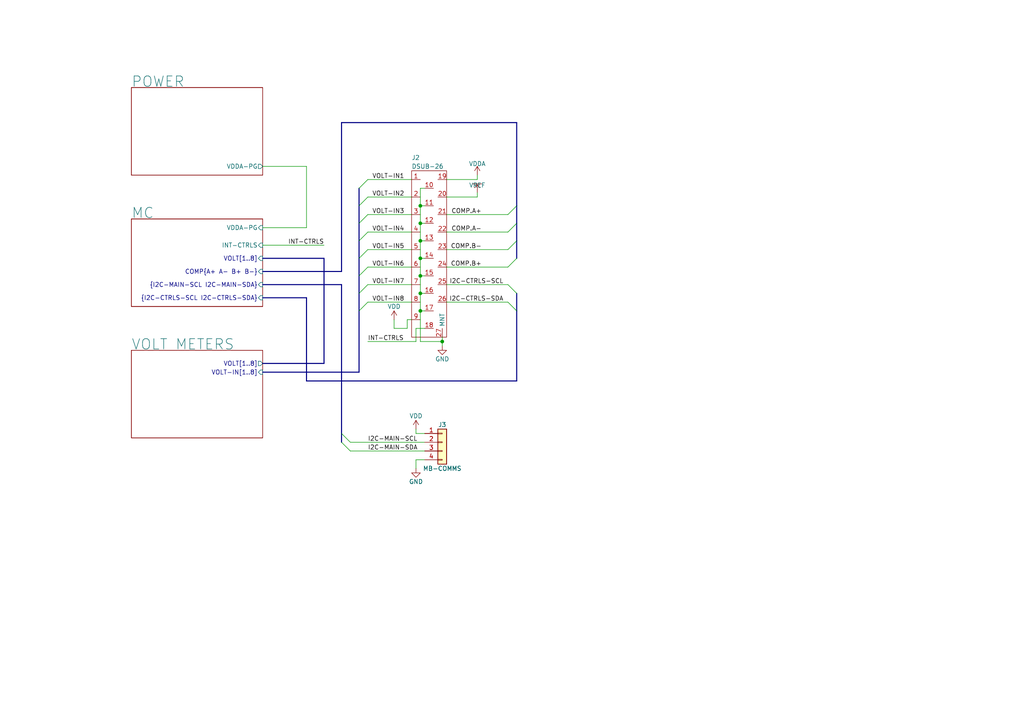
<source format=kicad_sch>
(kicad_sch (version 20230121) (generator eeschema)

  (uuid 0c37bca8-710a-4b7e-9f67-d722ace534a9)

  (paper "A4")

  (title_block
    (title "BenchyReloaded Volt Meters")
    (rev "REV1")
    (company "Daxxn Industries")
  )

  (lib_symbols
    (symbol "Connector_Generic:Conn_01x04" (pin_names (offset 1.016) hide) (in_bom yes) (on_board yes)
      (property "Reference" "J" (at 0 5.08 0)
        (effects (font (size 1.27 1.27)))
      )
      (property "Value" "Conn_01x04" (at 0 -7.62 0)
        (effects (font (size 1.27 1.27)))
      )
      (property "Footprint" "" (at 0 0 0)
        (effects (font (size 1.27 1.27)) hide)
      )
      (property "Datasheet" "~" (at 0 0 0)
        (effects (font (size 1.27 1.27)) hide)
      )
      (property "ki_keywords" "connector" (at 0 0 0)
        (effects (font (size 1.27 1.27)) hide)
      )
      (property "ki_description" "Generic connector, single row, 01x04, script generated (kicad-library-utils/schlib/autogen/connector/)" (at 0 0 0)
        (effects (font (size 1.27 1.27)) hide)
      )
      (property "ki_fp_filters" "Connector*:*_1x??_*" (at 0 0 0)
        (effects (font (size 1.27 1.27)) hide)
      )
      (symbol "Conn_01x04_1_1"
        (rectangle (start -1.27 -4.953) (end 0 -5.207)
          (stroke (width 0.1524) (type default))
          (fill (type none))
        )
        (rectangle (start -1.27 -2.413) (end 0 -2.667)
          (stroke (width 0.1524) (type default))
          (fill (type none))
        )
        (rectangle (start -1.27 0.127) (end 0 -0.127)
          (stroke (width 0.1524) (type default))
          (fill (type none))
        )
        (rectangle (start -1.27 2.667) (end 0 2.413)
          (stroke (width 0.1524) (type default))
          (fill (type none))
        )
        (rectangle (start -1.27 3.81) (end 1.27 -6.35)
          (stroke (width 0.254) (type default))
          (fill (type background))
        )
        (pin passive line (at -5.08 2.54 0) (length 3.81)
          (name "Pin_1" (effects (font (size 1.27 1.27))))
          (number "1" (effects (font (size 1.27 1.27))))
        )
        (pin passive line (at -5.08 0 0) (length 3.81)
          (name "Pin_2" (effects (font (size 1.27 1.27))))
          (number "2" (effects (font (size 1.27 1.27))))
        )
        (pin passive line (at -5.08 -2.54 0) (length 3.81)
          (name "Pin_3" (effects (font (size 1.27 1.27))))
          (number "3" (effects (font (size 1.27 1.27))))
        )
        (pin passive line (at -5.08 -5.08 0) (length 3.81)
          (name "Pin_4" (effects (font (size 1.27 1.27))))
          (number "4" (effects (font (size 1.27 1.27))))
        )
      )
    )
    (symbol "Daxxn_Connectors:DSUB-26" (in_bom yes) (on_board yes)
      (property "Reference" "J" (at 0 3.81 0)
        (effects (font (size 1.27 1.27)) (justify left))
      )
      (property "Value" "DSUB-26" (at 0 1.27 0)
        (effects (font (size 1.27 1.27)) (justify left))
      )
      (property "Footprint" "" (at -6.35 6.35 0)
        (effects (font (size 1.27 1.27)) hide)
      )
      (property "Datasheet" "" (at -6.35 6.35 0)
        (effects (font (size 1.27 1.27)) hide)
      )
      (property "ki_keywords" "dsub 26 conn" (at 0 0 0)
        (effects (font (size 1.27 1.27)) hide)
      )
      (property "ki_description" "Stock DSUB 26 Pin Connector" (at 0 0 0)
        (effects (font (size 1.27 1.27)) hide)
      )
      (property "ki_fp_filters" "Daxxn_Connectors:10090929-S264VLF Daxxn_Connectors:K66X-A26P-N" (at 0 0 0)
        (effects (font (size 1.27 1.27)) hide)
      )
      (symbol "DSUB-26_0_0"
        (pin passive line (at 0 -2.54 0) (length 2.54)
          (name "~" (effects (font (size 1.27 1.27))))
          (number "1" (effects (font (size 1.27 1.27))))
        )
        (pin passive line (at 3.81 -5.08 0) (length 2.54)
          (name "~" (effects (font (size 1.27 1.27))))
          (number "10" (effects (font (size 1.27 1.27))))
        )
        (pin passive line (at 3.81 -10.16 0) (length 2.54)
          (name "~" (effects (font (size 1.27 1.27))))
          (number "11" (effects (font (size 1.27 1.27))))
        )
        (pin passive line (at 3.81 -15.24 0) (length 2.54)
          (name "~" (effects (font (size 1.27 1.27))))
          (number "12" (effects (font (size 1.27 1.27))))
        )
        (pin passive line (at 3.81 -20.32 0) (length 2.54)
          (name "~" (effects (font (size 1.27 1.27))))
          (number "13" (effects (font (size 1.27 1.27))))
        )
        (pin passive line (at 3.81 -25.4 0) (length 2.54)
          (name "~" (effects (font (size 1.27 1.27))))
          (number "14" (effects (font (size 1.27 1.27))))
        )
        (pin passive line (at 3.81 -30.48 0) (length 2.54)
          (name "~" (effects (font (size 1.27 1.27))))
          (number "15" (effects (font (size 1.27 1.27))))
        )
        (pin passive line (at 3.81 -35.56 0) (length 2.54)
          (name "~" (effects (font (size 1.27 1.27))))
          (number "16" (effects (font (size 1.27 1.27))))
        )
        (pin passive line (at 3.81 -40.64 0) (length 2.54)
          (name "~" (effects (font (size 1.27 1.27))))
          (number "17" (effects (font (size 1.27 1.27))))
        )
        (pin passive line (at 3.81 -45.72 0) (length 2.54)
          (name "~" (effects (font (size 1.27 1.27))))
          (number "18" (effects (font (size 1.27 1.27))))
        )
        (pin passive line (at 10.16 -2.54 180) (length 2.54)
          (name "~" (effects (font (size 1.27 1.27))))
          (number "19" (effects (font (size 1.27 1.27))))
        )
        (pin passive line (at 0 -7.62 0) (length 2.54)
          (name "~" (effects (font (size 1.27 1.27))))
          (number "2" (effects (font (size 1.27 1.27))))
        )
        (pin passive line (at 10.16 -7.62 180) (length 2.54)
          (name "~" (effects (font (size 1.27 1.27))))
          (number "20" (effects (font (size 1.27 1.27))))
        )
        (pin passive line (at 10.16 -12.7 180) (length 2.54)
          (name "~" (effects (font (size 1.27 1.27))))
          (number "21" (effects (font (size 1.27 1.27))))
        )
        (pin passive line (at 10.16 -17.78 180) (length 2.54)
          (name "~" (effects (font (size 1.27 1.27))))
          (number "22" (effects (font (size 1.27 1.27))))
        )
        (pin passive line (at 10.16 -22.86 180) (length 2.54)
          (name "~" (effects (font (size 1.27 1.27))))
          (number "23" (effects (font (size 1.27 1.27))))
        )
        (pin passive line (at 10.16 -27.94 180) (length 2.54)
          (name "~" (effects (font (size 1.27 1.27))))
          (number "24" (effects (font (size 1.27 1.27))))
        )
        (pin passive line (at 10.16 -33.02 180) (length 2.54)
          (name "~" (effects (font (size 1.27 1.27))))
          (number "25" (effects (font (size 1.27 1.27))))
        )
        (pin passive line (at 10.16 -38.1 180) (length 2.54)
          (name "~" (effects (font (size 1.27 1.27))))
          (number "26" (effects (font (size 1.27 1.27))))
        )
        (pin passive line (at 8.89 -48.26 90) (length 2.54)
          (name "MNT" (effects (font (size 1.27 1.27))))
          (number "27" (effects (font (size 1.27 1.27))))
        )
        (pin passive line (at 0 -12.7 0) (length 2.54)
          (name "~" (effects (font (size 1.27 1.27))))
          (number "3" (effects (font (size 1.27 1.27))))
        )
        (pin passive line (at 0 -17.78 0) (length 2.54)
          (name "~" (effects (font (size 1.27 1.27))))
          (number "4" (effects (font (size 1.27 1.27))))
        )
        (pin passive line (at 0 -22.86 0) (length 2.54)
          (name "~" (effects (font (size 1.27 1.27))))
          (number "5" (effects (font (size 1.27 1.27))))
        )
        (pin passive line (at 0 -27.94 0) (length 2.54)
          (name "~" (effects (font (size 1.27 1.27))))
          (number "6" (effects (font (size 1.27 1.27))))
        )
        (pin passive line (at 0 -33.02 0) (length 2.54)
          (name "~" (effects (font (size 1.27 1.27))))
          (number "7" (effects (font (size 1.27 1.27))))
        )
        (pin passive line (at 0 -38.1 0) (length 2.54)
          (name "~" (effects (font (size 1.27 1.27))))
          (number "8" (effects (font (size 1.27 1.27))))
        )
        (pin passive line (at 0 -43.18 0) (length 2.54)
          (name "~" (effects (font (size 1.27 1.27))))
          (number "9" (effects (font (size 1.27 1.27))))
        )
      )
      (symbol "DSUB-26_0_1"
        (rectangle (start 0 0) (end 10.16 -48.26)
          (stroke (width 0) (type default))
          (fill (type none))
        )
      )
    )
    (symbol "Daxxn_Power:VREF" (power) (in_bom no) (on_board no)
      (property "Reference" "#PWR" (at 3.81 0 0)
        (effects (font (size 1.27 1.27)) hide)
      )
      (property "Value" "VREF" (at 0 3.302 0)
        (effects (font (size 1.27 1.27)))
      )
      (property "Footprint" "" (at 0 0 0)
        (effects (font (size 1.27 1.27)) hide)
      )
      (property "Datasheet" "" (at 0 0 0)
        (effects (font (size 1.27 1.27)) hide)
      )
      (property "ki_keywords" "power-flag" (at 0 0 0)
        (effects (font (size 1.27 1.27)) hide)
      )
      (property "ki_description" "Dynamic Memory Logic Power Supply" (at 0 0 0)
        (effects (font (size 1.27 1.27)) hide)
      )
      (symbol "VREF_0_0"
        (pin power_in line (at 0 0 90) (length 0) hide
          (name "VREF" (effects (font (size 1.27 1.27))))
          (number "1" (effects (font (size 1.27 1.27))))
        )
      )
      (symbol "VREF_0_1"
        (polyline
          (pts
            (xy -1.27 2.54)
            (xy 1.27 2.54)
          )
          (stroke (width 0) (type default))
          (fill (type none))
        )
        (polyline
          (pts
            (xy 0 0)
            (xy 0 2.286)
          )
          (stroke (width 0) (type default))
          (fill (type none))
        )
        (polyline
          (pts
            (xy -0.762 1.397)
            (xy 0 2.286)
            (xy 0.762 1.397)
          )
          (stroke (width 0) (type default))
          (fill (type none))
        )
      )
    )
    (symbol "power:GND" (power) (pin_names (offset 0)) (in_bom yes) (on_board yes)
      (property "Reference" "#PWR" (at 0 -6.35 0)
        (effects (font (size 1.27 1.27)) hide)
      )
      (property "Value" "GND" (at 0 -3.81 0)
        (effects (font (size 1.27 1.27)))
      )
      (property "Footprint" "" (at 0 0 0)
        (effects (font (size 1.27 1.27)) hide)
      )
      (property "Datasheet" "" (at 0 0 0)
        (effects (font (size 1.27 1.27)) hide)
      )
      (property "ki_keywords" "global power" (at 0 0 0)
        (effects (font (size 1.27 1.27)) hide)
      )
      (property "ki_description" "Power symbol creates a global label with name \"GND\" , ground" (at 0 0 0)
        (effects (font (size 1.27 1.27)) hide)
      )
      (symbol "GND_0_1"
        (polyline
          (pts
            (xy 0 0)
            (xy 0 -1.27)
            (xy 1.27 -1.27)
            (xy 0 -2.54)
            (xy -1.27 -1.27)
            (xy 0 -1.27)
          )
          (stroke (width 0) (type default))
          (fill (type none))
        )
      )
      (symbol "GND_1_1"
        (pin power_in line (at 0 0 270) (length 0) hide
          (name "GND" (effects (font (size 1.27 1.27))))
          (number "1" (effects (font (size 1.27 1.27))))
        )
      )
    )
    (symbol "power:VDD" (power) (pin_names (offset 0)) (in_bom yes) (on_board yes)
      (property "Reference" "#PWR" (at 0 -3.81 0)
        (effects (font (size 1.27 1.27)) hide)
      )
      (property "Value" "VDD" (at 0 3.81 0)
        (effects (font (size 1.27 1.27)))
      )
      (property "Footprint" "" (at 0 0 0)
        (effects (font (size 1.27 1.27)) hide)
      )
      (property "Datasheet" "" (at 0 0 0)
        (effects (font (size 1.27 1.27)) hide)
      )
      (property "ki_keywords" "global power" (at 0 0 0)
        (effects (font (size 1.27 1.27)) hide)
      )
      (property "ki_description" "Power symbol creates a global label with name \"VDD\"" (at 0 0 0)
        (effects (font (size 1.27 1.27)) hide)
      )
      (symbol "VDD_0_1"
        (polyline
          (pts
            (xy -0.762 1.27)
            (xy 0 2.54)
          )
          (stroke (width 0) (type default))
          (fill (type none))
        )
        (polyline
          (pts
            (xy 0 0)
            (xy 0 2.54)
          )
          (stroke (width 0) (type default))
          (fill (type none))
        )
        (polyline
          (pts
            (xy 0 2.54)
            (xy 0.762 1.27)
          )
          (stroke (width 0) (type default))
          (fill (type none))
        )
      )
      (symbol "VDD_1_1"
        (pin power_in line (at 0 0 90) (length 0) hide
          (name "VDD" (effects (font (size 1.27 1.27))))
          (number "1" (effects (font (size 1.27 1.27))))
        )
      )
    )
    (symbol "power:VDDA" (power) (pin_names (offset 0)) (in_bom yes) (on_board yes)
      (property "Reference" "#PWR" (at 0 -3.81 0)
        (effects (font (size 1.27 1.27)) hide)
      )
      (property "Value" "VDDA" (at 0 3.81 0)
        (effects (font (size 1.27 1.27)))
      )
      (property "Footprint" "" (at 0 0 0)
        (effects (font (size 1.27 1.27)) hide)
      )
      (property "Datasheet" "" (at 0 0 0)
        (effects (font (size 1.27 1.27)) hide)
      )
      (property "ki_keywords" "global power" (at 0 0 0)
        (effects (font (size 1.27 1.27)) hide)
      )
      (property "ki_description" "Power symbol creates a global label with name \"VDDA\"" (at 0 0 0)
        (effects (font (size 1.27 1.27)) hide)
      )
      (symbol "VDDA_0_1"
        (polyline
          (pts
            (xy -0.762 1.27)
            (xy 0 2.54)
          )
          (stroke (width 0) (type default))
          (fill (type none))
        )
        (polyline
          (pts
            (xy 0 0)
            (xy 0 2.54)
          )
          (stroke (width 0) (type default))
          (fill (type none))
        )
        (polyline
          (pts
            (xy 0 2.54)
            (xy 0.762 1.27)
          )
          (stroke (width 0) (type default))
          (fill (type none))
        )
      )
      (symbol "VDDA_1_1"
        (pin power_in line (at 0 0 90) (length 0) hide
          (name "VDDA" (effects (font (size 1.27 1.27))))
          (number "1" (effects (font (size 1.27 1.27))))
        )
      )
    )
  )

  (junction (at 121.92 90.17) (diameter 0) (color 0 0 0 0)
    (uuid 16186d20-7423-40b3-8f5d-de164e36bc5e)
  )
  (junction (at 121.92 74.93) (diameter 0) (color 0 0 0 0)
    (uuid 589b5120-651c-4c52-bd0a-04547771ea2f)
  )
  (junction (at 121.92 80.01) (diameter 0) (color 0 0 0 0)
    (uuid 64dd6c82-d006-48cd-884b-bce5e544da10)
  )
  (junction (at 128.27 99.06) (diameter 0) (color 0 0 0 0)
    (uuid 7e34fcd8-861c-4d7c-a9c6-3d8f799926cf)
  )
  (junction (at 121.92 69.85) (diameter 0) (color 0 0 0 0)
    (uuid 9ecfe275-3d1f-4dfe-b084-4ab60bd40f3b)
  )
  (junction (at 121.92 59.69) (diameter 0) (color 0 0 0 0)
    (uuid b4d0145f-295e-4afb-9a36-70f4035f6d0e)
  )
  (junction (at 121.92 85.09) (diameter 0) (color 0 0 0 0)
    (uuid bd86c3a5-f228-4f1e-8d83-d395683f8897)
  )
  (junction (at 121.92 64.77) (diameter 0) (color 0 0 0 0)
    (uuid ea20aaa9-3dd5-4f06-830b-516e878e3dd0)
  )

  (bus_entry (at 104.14 54.61) (size 2.54 -2.54)
    (stroke (width 0) (type default))
    (uuid 00f69ba6-fc2f-4956-9f4d-7f2e02f063dc)
  )
  (bus_entry (at 147.32 67.31) (size 2.54 -2.54)
    (stroke (width 0) (type default))
    (uuid 36bdeb1f-5766-4931-b3fb-1d88b76d9c29)
  )
  (bus_entry (at 99.06 128.27) (size 2.54 2.54)
    (stroke (width 0) (type default))
    (uuid 48529310-9ef0-4626-a3e9-9aba78b1df20)
  )
  (bus_entry (at 104.14 59.69) (size 2.54 -2.54)
    (stroke (width 0) (type default))
    (uuid 50f9f3d6-c83e-436c-9594-73f25225882f)
  )
  (bus_entry (at 147.32 77.47) (size 2.54 -2.54)
    (stroke (width 0) (type default))
    (uuid 94bb6704-c256-4f20-83c2-122660b2fb73)
  )
  (bus_entry (at 147.32 62.23) (size 2.54 -2.54)
    (stroke (width 0) (type default))
    (uuid 9d450fe9-d2d8-47b8-8b7a-51f66804abc0)
  )
  (bus_entry (at 104.14 69.85) (size 2.54 -2.54)
    (stroke (width 0) (type default))
    (uuid aa689cc0-5fa1-4059-9ebb-ed00732db980)
  )
  (bus_entry (at 99.06 125.73) (size 2.54 2.54)
    (stroke (width 0) (type default))
    (uuid b1b6bdcc-a6dc-450a-8da7-2df871eb21f2)
  )
  (bus_entry (at 104.14 74.93) (size 2.54 -2.54)
    (stroke (width 0) (type default))
    (uuid b7366b84-de94-432f-8c7a-f7c0e102c25d)
  )
  (bus_entry (at 104.14 85.09) (size 2.54 -2.54)
    (stroke (width 0) (type default))
    (uuid b7e743d8-1b35-4ea3-8a7a-482d5a04e9a6)
  )
  (bus_entry (at 149.86 90.17) (size -2.54 -2.54)
    (stroke (width 0) (type default))
    (uuid c8884125-bbaa-447b-a7f8-e3e5cef53073)
  )
  (bus_entry (at 104.14 64.77) (size 2.54 -2.54)
    (stroke (width 0) (type default))
    (uuid cca15745-907d-4e17-834f-a1f570f1704b)
  )
  (bus_entry (at 104.14 90.17) (size 2.54 -2.54)
    (stroke (width 0) (type default))
    (uuid cff981ea-636b-4bf8-9488-a91000a253a1)
  )
  (bus_entry (at 149.86 85.09) (size -2.54 -2.54)
    (stroke (width 0) (type default))
    (uuid de04a04b-2004-4fc7-8b85-ca2b3d59649e)
  )
  (bus_entry (at 104.14 80.01) (size 2.54 -2.54)
    (stroke (width 0) (type default))
    (uuid e2d80232-2adb-4e29-b35b-527ea07dcb84)
  )
  (bus_entry (at 147.32 72.39) (size 2.54 -2.54)
    (stroke (width 0) (type default))
    (uuid f56acd4c-a50e-4dd8-bf43-5cc57ddba2e2)
  )

  (bus (pts (xy 104.14 69.85) (xy 104.14 74.93))
    (stroke (width 0) (type default))
    (uuid 00511c15-082c-41ac-853b-5b9087520be1)
  )
  (bus (pts (xy 104.14 80.01) (xy 104.14 85.09))
    (stroke (width 0) (type default))
    (uuid 00bc77d9-edc0-4a38-a0ec-bf596d4247c2)
  )

  (wire (pts (xy 120.65 125.73) (xy 120.65 124.46))
    (stroke (width 0) (type default))
    (uuid 145b8fe1-9e00-4193-81ff-ca76daba82a5)
  )
  (bus (pts (xy 104.14 59.69) (xy 104.14 64.77))
    (stroke (width 0) (type default))
    (uuid 146cb338-b8d5-49c4-a839-7ce5fca391e6)
  )

  (wire (pts (xy 106.68 87.63) (xy 119.38 87.63))
    (stroke (width 0) (type default))
    (uuid 1694db6f-586d-4511-b26c-b6600ec91012)
  )
  (wire (pts (xy 121.92 85.09) (xy 123.19 85.09))
    (stroke (width 0) (type default))
    (uuid 17e136bc-4f25-4892-9f3b-8fb0662b12ce)
  )
  (wire (pts (xy 121.92 64.77) (xy 121.92 69.85))
    (stroke (width 0) (type default))
    (uuid 1a98da76-5a24-4d8f-bbc0-991f868a3b8f)
  )
  (wire (pts (xy 138.43 50.8) (xy 138.43 52.07))
    (stroke (width 0) (type default))
    (uuid 1d2bb972-e8cc-44d8-93a1-e9ee610cab36)
  )
  (wire (pts (xy 76.2 71.12) (xy 93.98 71.12))
    (stroke (width 0) (type default))
    (uuid 1ec026ca-9828-412d-8c5c-060a485ce6e6)
  )
  (wire (pts (xy 121.92 74.93) (xy 121.92 80.01))
    (stroke (width 0) (type default))
    (uuid 222dc3d7-d4e6-4588-84ae-7fda0dd84647)
  )
  (bus (pts (xy 76.2 107.95) (xy 104.14 107.95))
    (stroke (width 0) (type default))
    (uuid 29f41b93-400d-45c1-9f74-addea16e348c)
  )
  (bus (pts (xy 104.14 74.93) (xy 104.14 80.01))
    (stroke (width 0) (type default))
    (uuid 2a7d009d-87e6-438e-bf9c-f40c7923222b)
  )
  (bus (pts (xy 93.98 74.93) (xy 76.2 74.93))
    (stroke (width 0) (type default))
    (uuid 2dcbc519-bfeb-499f-ac24-b54599ea5666)
  )

  (wire (pts (xy 129.54 52.07) (xy 138.43 52.07))
    (stroke (width 0) (type default))
    (uuid 2dcd68e0-a505-456b-a32f-baa5f09fb7c8)
  )
  (wire (pts (xy 88.9 48.26) (xy 76.2 48.26))
    (stroke (width 0) (type default))
    (uuid 2eac1968-6431-4ef6-a24a-f055ab3c1c53)
  )
  (wire (pts (xy 123.19 125.73) (xy 120.65 125.73))
    (stroke (width 0) (type default))
    (uuid 347c345d-9c37-44ea-a5d3-7725d35dc32c)
  )
  (wire (pts (xy 129.54 57.15) (xy 138.43 57.15))
    (stroke (width 0) (type default))
    (uuid 39caedb1-963f-43e8-b79a-b3bc118b7b4f)
  )
  (bus (pts (xy 149.86 64.77) (xy 149.86 69.85))
    (stroke (width 0) (type default))
    (uuid 3af4360f-7be1-4b8d-a8e9-8e7e3cc11cea)
  )
  (bus (pts (xy 93.98 105.41) (xy 93.98 74.93))
    (stroke (width 0) (type default))
    (uuid 3ca21954-323f-4065-ae7e-22ca3205b37f)
  )

  (wire (pts (xy 119.38 92.71) (xy 118.11 92.71))
    (stroke (width 0) (type default))
    (uuid 3d1a3a90-8e07-4011-868b-e548e819b6b8)
  )
  (bus (pts (xy 149.86 59.69) (xy 149.86 64.77))
    (stroke (width 0) (type default))
    (uuid 3e35dbce-b59a-418f-8422-1007f89c6582)
  )
  (bus (pts (xy 149.86 90.17) (xy 149.86 110.49))
    (stroke (width 0) (type default))
    (uuid 3f744c9e-d34a-47b7-81df-6456cf78acfd)
  )

  (wire (pts (xy 106.68 57.15) (xy 119.38 57.15))
    (stroke (width 0) (type default))
    (uuid 44c42e9e-e4b1-47fd-9678-dd7fb2363576)
  )
  (wire (pts (xy 121.92 80.01) (xy 123.19 80.01))
    (stroke (width 0) (type default))
    (uuid 479733b4-b4e2-4c75-aec4-54ca7f13bc7c)
  )
  (wire (pts (xy 120.65 133.35) (xy 120.65 135.89))
    (stroke (width 0) (type default))
    (uuid 483f45d1-e7ba-4b86-a53e-4e5525abe7e9)
  )
  (wire (pts (xy 121.92 54.61) (xy 123.19 54.61))
    (stroke (width 0) (type default))
    (uuid 489d505a-360d-4239-bbeb-9e8b7a81ed44)
  )
  (wire (pts (xy 101.6 130.81) (xy 123.19 130.81))
    (stroke (width 0) (type default))
    (uuid 5074f989-b56b-4a05-830f-0cf8f28eac31)
  )
  (bus (pts (xy 99.06 82.55) (xy 99.06 125.73))
    (stroke (width 0) (type default))
    (uuid 50942207-3c18-44ad-ab50-e654efb02fa7)
  )
  (bus (pts (xy 104.14 90.17) (xy 104.14 85.09))
    (stroke (width 0) (type default))
    (uuid 61994aad-8a47-4606-be0d-3ad91ad4bbb1)
  )
  (bus (pts (xy 99.06 125.73) (xy 99.06 128.27))
    (stroke (width 0) (type default))
    (uuid 6381ff8a-4cef-4156-bbc8-9eac0ea066b9)
  )

  (wire (pts (xy 128.27 99.06) (xy 128.27 100.33))
    (stroke (width 0) (type default))
    (uuid 65f5586b-ce0b-4308-b607-10c3ef20d36d)
  )
  (wire (pts (xy 88.9 66.04) (xy 88.9 48.26))
    (stroke (width 0) (type default))
    (uuid 67c5e2db-b32a-4876-8ced-4db99fd6d384)
  )
  (wire (pts (xy 138.43 55.88) (xy 138.43 57.15))
    (stroke (width 0) (type default))
    (uuid 6a6ed127-c07d-47d9-b701-577f9cdf505e)
  )
  (wire (pts (xy 106.68 67.31) (xy 119.38 67.31))
    (stroke (width 0) (type default))
    (uuid 6b1cf925-7324-4b56-b4b0-7251debac072)
  )
  (wire (pts (xy 129.54 67.31) (xy 147.32 67.31))
    (stroke (width 0) (type default))
    (uuid 72a1d79e-00f0-4866-a009-d05bd03de454)
  )
  (wire (pts (xy 121.92 74.93) (xy 123.19 74.93))
    (stroke (width 0) (type default))
    (uuid 73cd4a35-08a8-4e98-ac79-659299bc3d47)
  )
  (wire (pts (xy 76.2 66.04) (xy 88.9 66.04))
    (stroke (width 0) (type default))
    (uuid 76623a9c-7825-445f-89a2-181b9efbae6c)
  )
  (wire (pts (xy 121.92 64.77) (xy 123.19 64.77))
    (stroke (width 0) (type default))
    (uuid 7bc38de3-1777-40de-b450-11ec46302482)
  )
  (bus (pts (xy 76.2 82.55) (xy 99.06 82.55))
    (stroke (width 0) (type default))
    (uuid 7c651938-f0bc-4999-bec6-0da3a80137e3)
  )
  (bus (pts (xy 104.14 64.77) (xy 104.14 69.85))
    (stroke (width 0) (type default))
    (uuid 7f361ec2-3c09-4b97-a194-dcee65ca46a1)
  )
  (bus (pts (xy 99.06 35.56) (xy 149.86 35.56))
    (stroke (width 0) (type default))
    (uuid 80da2c5c-0e23-4ab1-a487-57f58a21fbef)
  )

  (wire (pts (xy 114.3 92.71) (xy 114.3 95.25))
    (stroke (width 0) (type default))
    (uuid 821f9af5-9ea4-40d9-b7ec-ba82c35bc638)
  )
  (bus (pts (xy 76.2 78.74) (xy 99.06 78.74))
    (stroke (width 0) (type default))
    (uuid 823cea70-5228-4074-a004-78f401c9cf04)
  )

  (wire (pts (xy 121.92 80.01) (xy 121.92 85.09))
    (stroke (width 0) (type default))
    (uuid 8322519d-f13c-40d6-8e6e-10013a42050e)
  )
  (wire (pts (xy 106.68 52.07) (xy 119.38 52.07))
    (stroke (width 0) (type default))
    (uuid 84633181-3941-40b1-b60d-48c541b99477)
  )
  (bus (pts (xy 149.86 85.09) (xy 149.86 90.17))
    (stroke (width 0) (type default))
    (uuid 84ed4b97-da83-4d7d-b77e-da2c754d1b50)
  )
  (bus (pts (xy 149.86 35.56) (xy 149.86 59.69))
    (stroke (width 0) (type default))
    (uuid 8ae7e2a7-c135-472d-92d6-706de15fee80)
  )
  (bus (pts (xy 88.9 110.49) (xy 149.86 110.49))
    (stroke (width 0) (type default))
    (uuid 8b10f5d9-9228-413e-8505-b8fd9c2a6a9e)
  )

  (wire (pts (xy 121.92 90.17) (xy 123.19 90.17))
    (stroke (width 0) (type default))
    (uuid 8d435ef5-c835-4040-8ce2-746e9034972d)
  )
  (wire (pts (xy 129.54 77.47) (xy 147.32 77.47))
    (stroke (width 0) (type default))
    (uuid 8e404ad2-edde-48d6-8ec0-363ac51256e4)
  )
  (wire (pts (xy 106.68 72.39) (xy 119.38 72.39))
    (stroke (width 0) (type default))
    (uuid 96c644c0-8e24-4e9e-8af1-fa08431cb270)
  )
  (wire (pts (xy 129.54 82.55) (xy 147.32 82.55))
    (stroke (width 0) (type default))
    (uuid 9752ee78-f3b4-4451-8099-caadba450d25)
  )
  (bus (pts (xy 99.06 78.74) (xy 99.06 35.56))
    (stroke (width 0) (type default))
    (uuid 97fbc69e-18f9-48f8-ae7e-8f9da8762ae9)
  )

  (wire (pts (xy 106.68 62.23) (xy 119.38 62.23))
    (stroke (width 0) (type default))
    (uuid 99f848e7-28e4-49a5-99ea-28617dbe3f39)
  )
  (wire (pts (xy 128.27 99.06) (xy 128.27 97.79))
    (stroke (width 0) (type default))
    (uuid 9b90d449-a953-4e21-909e-e828815c6923)
  )
  (wire (pts (xy 106.68 77.47) (xy 119.38 77.47))
    (stroke (width 0) (type default))
    (uuid 9c8c7ee2-f9bd-4e90-87da-d3ba03e7c010)
  )
  (wire (pts (xy 129.54 87.63) (xy 147.32 87.63))
    (stroke (width 0) (type default))
    (uuid 9caf54a0-509b-4445-8cb4-f676dd121326)
  )
  (wire (pts (xy 121.92 69.85) (xy 121.92 74.93))
    (stroke (width 0) (type default))
    (uuid a0fdfeee-1702-4d77-9368-169cfc27191e)
  )
  (wire (pts (xy 121.92 54.61) (xy 121.92 59.69))
    (stroke (width 0) (type default))
    (uuid a35562e5-26c6-4fae-9506-b374f18b1a9e)
  )
  (wire (pts (xy 129.54 62.23) (xy 147.32 62.23))
    (stroke (width 0) (type default))
    (uuid a6f80be4-9697-475e-8c37-0eb826f459d3)
  )
  (wire (pts (xy 121.92 85.09) (xy 121.92 90.17))
    (stroke (width 0) (type default))
    (uuid ac23cec4-8250-4682-96cf-434fef84072c)
  )
  (bus (pts (xy 104.14 54.61) (xy 104.14 59.69))
    (stroke (width 0) (type default))
    (uuid b1889334-ab91-4fbf-8b52-8ec42cb03f68)
  )

  (wire (pts (xy 121.92 90.17) (xy 121.92 99.06))
    (stroke (width 0) (type default))
    (uuid b60ab51a-d170-4be7-aa6d-385789334e9b)
  )
  (bus (pts (xy 76.2 86.36) (xy 88.9 86.36))
    (stroke (width 0) (type default))
    (uuid b7f9f9f2-85b1-4682-9758-a157a7bfaab9)
  )
  (bus (pts (xy 76.2 105.41) (xy 93.98 105.41))
    (stroke (width 0) (type default))
    (uuid b94dba35-410b-4c09-abb6-d0f146c0e9ff)
  )

  (wire (pts (xy 121.92 69.85) (xy 123.19 69.85))
    (stroke (width 0) (type default))
    (uuid c07e0674-3088-411b-9fe1-3ef3eaf72774)
  )
  (wire (pts (xy 118.11 95.25) (xy 114.3 95.25))
    (stroke (width 0) (type default))
    (uuid c156723c-d346-4b2a-9559-3e1e4f4261cc)
  )
  (wire (pts (xy 106.68 82.55) (xy 119.38 82.55))
    (stroke (width 0) (type default))
    (uuid c61098b7-b71a-431b-8c00-1c5ef10bccce)
  )
  (wire (pts (xy 121.92 59.69) (xy 121.92 64.77))
    (stroke (width 0) (type default))
    (uuid c61d9909-27d0-41d4-8d46-46d96a4dd6d7)
  )
  (wire (pts (xy 129.54 72.39) (xy 147.32 72.39))
    (stroke (width 0) (type default))
    (uuid c6d62117-66c7-4146-a795-d24a4be6f08f)
  )
  (wire (pts (xy 123.19 133.35) (xy 120.65 133.35))
    (stroke (width 0) (type default))
    (uuid ca1bb807-0464-4591-a9ad-354be4fce3cf)
  )
  (bus (pts (xy 88.9 86.36) (xy 88.9 110.49))
    (stroke (width 0) (type default))
    (uuid cbc0e91e-3e9b-4252-bdb4-849c4018d30d)
  )
  (bus (pts (xy 104.14 90.17) (xy 104.14 107.95))
    (stroke (width 0) (type default))
    (uuid cf8c18c0-91ca-4756-9a1a-cc1a4fb29aeb)
  )

  (wire (pts (xy 121.92 59.69) (xy 123.19 59.69))
    (stroke (width 0) (type default))
    (uuid d39fb8e4-3a92-48cb-83cb-f4f9d6d12aa0)
  )
  (wire (pts (xy 123.19 95.25) (xy 120.65 95.25))
    (stroke (width 0) (type default))
    (uuid d5c9ccc1-2722-4a25-bc90-971875bf96a6)
  )
  (wire (pts (xy 118.11 92.71) (xy 118.11 95.25))
    (stroke (width 0) (type default))
    (uuid d6f48326-5013-49af-b3e5-110fd7ba98fc)
  )
  (wire (pts (xy 121.92 99.06) (xy 128.27 99.06))
    (stroke (width 0) (type default))
    (uuid d7568867-cf76-40e4-a830-5ad6a8734196)
  )
  (wire (pts (xy 101.6 128.27) (xy 123.19 128.27))
    (stroke (width 0) (type default))
    (uuid dd6971dc-8fe4-4535-b24d-51b6c2337b45)
  )
  (bus (pts (xy 149.86 69.85) (xy 149.86 74.93))
    (stroke (width 0) (type default))
    (uuid e016aff4-7027-444b-a6dd-17fc303ad5aa)
  )

  (wire (pts (xy 120.65 95.25) (xy 120.65 99.06))
    (stroke (width 0) (type default))
    (uuid e018a8d0-1814-4437-8bfc-0720c01f998a)
  )
  (wire (pts (xy 106.68 99.06) (xy 120.65 99.06))
    (stroke (width 0) (type default))
    (uuid f9992936-7127-4342-81bb-24a578ce99cf)
  )

  (label "COMP.B+" (at 139.7 77.47 180) (fields_autoplaced)
    (effects (font (size 1.27 1.27)) (justify right bottom))
    (uuid 006daf11-e837-4688-9f31-cee4d3b3bded)
  )
  (label "VOLT-IN7" (at 107.95 82.55 0) (fields_autoplaced)
    (effects (font (size 1.27 1.27)) (justify left bottom))
    (uuid 02189e46-d97e-4a10-808c-90c70793136c)
  )
  (label "COMP.A-" (at 139.7 67.31 180) (fields_autoplaced)
    (effects (font (size 1.27 1.27)) (justify right bottom))
    (uuid 0d4b2b48-8a31-45bb-9152-7acd6d3b16c2)
  )
  (label "I2C-CTRLS-SCL" (at 146.05 82.55 180) (fields_autoplaced)
    (effects (font (size 1.27 1.27)) (justify right bottom))
    (uuid 1b83717d-dbe2-4c1a-a0e6-3537f9f5af50)
  )
  (label "VOLT-IN2" (at 107.95 57.15 0) (fields_autoplaced)
    (effects (font (size 1.27 1.27)) (justify left bottom))
    (uuid 3bbec02d-9951-42b4-8988-1d56bb274136)
  )
  (label "VOLT-IN1" (at 107.95 52.07 0) (fields_autoplaced)
    (effects (font (size 1.27 1.27)) (justify left bottom))
    (uuid 67482d78-c28c-42f0-9976-e973edce3153)
  )
  (label "VOLT-IN4" (at 107.95 67.31 0) (fields_autoplaced)
    (effects (font (size 1.27 1.27)) (justify left bottom))
    (uuid 6ca29031-c111-47f6-b0f3-273e3e86bfb3)
  )
  (label "INT-CTRLS" (at 106.68 99.06 0) (fields_autoplaced)
    (effects (font (size 1.27 1.27)) (justify left bottom))
    (uuid 6dbc96fd-41c4-4d97-90f7-e2bf417597bc)
  )
  (label "COMP.B-" (at 139.7 72.39 180) (fields_autoplaced)
    (effects (font (size 1.27 1.27)) (justify right bottom))
    (uuid 70b41d66-e055-4dc7-83e0-68f3ea80e3d0)
  )
  (label "VOLT-IN8" (at 107.95 87.63 0) (fields_autoplaced)
    (effects (font (size 1.27 1.27)) (justify left bottom))
    (uuid 885d9bc1-ec6f-4cb6-a05b-9206c45821c1)
  )
  (label "VOLT-IN6" (at 107.95 77.47 0) (fields_autoplaced)
    (effects (font (size 1.27 1.27)) (justify left bottom))
    (uuid 8f1b4683-b094-4992-b1bf-0dc2ea8dba58)
  )
  (label "INT-CTRLS" (at 93.98 71.12 180) (fields_autoplaced)
    (effects (font (size 1.27 1.27)) (justify right bottom))
    (uuid 906dd20e-0bb2-4f19-a772-eb744e6e0cf4)
  )
  (label "I2C-MAIN-SDA" (at 106.68 130.81 0) (fields_autoplaced)
    (effects (font (size 1.27 1.27)) (justify left bottom))
    (uuid 99725833-ebe0-4e7c-afa4-bb0c4494b2f0)
  )
  (label "VOLT-IN5" (at 107.95 72.39 0) (fields_autoplaced)
    (effects (font (size 1.27 1.27)) (justify left bottom))
    (uuid d2936f2d-5c32-4436-959c-7d1b0a8fca1a)
  )
  (label "I2C-MAIN-SCL" (at 106.68 128.27 0) (fields_autoplaced)
    (effects (font (size 1.27 1.27)) (justify left bottom))
    (uuid df992074-388f-4c1e-b9f5-3a7e7bfe4aa9)
  )
  (label "I2C-CTRLS-SDA" (at 146.05 87.63 180) (fields_autoplaced)
    (effects (font (size 1.27 1.27)) (justify right bottom))
    (uuid ea729ccd-76a0-486c-a60e-19225af27b88)
  )
  (label "COMP.A+" (at 139.7 62.23 180) (fields_autoplaced)
    (effects (font (size 1.27 1.27)) (justify right bottom))
    (uuid efb38d09-5f5d-43a7-8b5b-d423f65dbe7e)
  )
  (label "VOLT-IN3" (at 107.95 62.23 0) (fields_autoplaced)
    (effects (font (size 1.27 1.27)) (justify left bottom))
    (uuid fcb8e5cc-b12c-4063-b238-828aa9c91838)
  )

  (symbol (lib_id "power:GND") (at 128.27 100.33 0) (unit 1)
    (in_bom yes) (on_board yes) (dnp no)
    (uuid 3fd96643-04aa-4153-b7dc-f05a9d466142)
    (property "Reference" "#PWR042" (at 128.27 106.68 0)
      (effects (font (size 1.27 1.27)) hide)
    )
    (property "Value" "GND" (at 128.27 104.14 0)
      (effects (font (size 1.27 1.27)))
    )
    (property "Footprint" "" (at 128.27 100.33 0)
      (effects (font (size 1.27 1.27)) hide)
    )
    (property "Datasheet" "" (at 128.27 100.33 0)
      (effects (font (size 1.27 1.27)) hide)
    )
    (pin "1" (uuid 7a0ba7de-cfd8-48c5-a5c6-e503a4b137f5))
    (instances
      (project "BenchyVoltMeters"
        (path "/0c37bca8-710a-4b7e-9f67-d722ace534a9/a75221e9-8602-4e86-a081-29fe6c6ec738"
          (reference "#PWR042") (unit 1)
        )
        (path "/0c37bca8-710a-4b7e-9f67-d722ace534a9"
          (reference "#PWR042") (unit 1)
        )
      )
    )
  )

  (symbol (lib_id "power:GND") (at 120.65 135.89 0) (unit 1)
    (in_bom yes) (on_board yes) (dnp no)
    (uuid 4645ced6-e6b2-4405-8f03-62965e7726a2)
    (property "Reference" "#PWR042" (at 120.65 142.24 0)
      (effects (font (size 1.27 1.27)) hide)
    )
    (property "Value" "GND" (at 120.65 139.7 0)
      (effects (font (size 1.27 1.27)))
    )
    (property "Footprint" "" (at 120.65 135.89 0)
      (effects (font (size 1.27 1.27)) hide)
    )
    (property "Datasheet" "" (at 120.65 135.89 0)
      (effects (font (size 1.27 1.27)) hide)
    )
    (pin "1" (uuid 497c9734-f551-4fd5-9487-54e92660e1c5))
    (instances
      (project "BenchyVoltMeters"
        (path "/0c37bca8-710a-4b7e-9f67-d722ace534a9/a75221e9-8602-4e86-a081-29fe6c6ec738"
          (reference "#PWR042") (unit 1)
        )
        (path "/0c37bca8-710a-4b7e-9f67-d722ace534a9"
          (reference "#PWR048") (unit 1)
        )
      )
    )
  )

  (symbol (lib_id "power:VDDA") (at 138.43 50.8 0) (unit 1)
    (in_bom yes) (on_board yes) (dnp no)
    (uuid 49a9b75f-9336-4699-bbe3-55a329689733)
    (property "Reference" "#PWR044" (at 138.43 54.61 0)
      (effects (font (size 1.27 1.27)) hide)
    )
    (property "Value" "VDDA" (at 138.43 47.498 0)
      (effects (font (size 1.27 1.27)))
    )
    (property "Footprint" "" (at 138.43 50.8 0)
      (effects (font (size 1.27 1.27)) hide)
    )
    (property "Datasheet" "" (at 138.43 50.8 0)
      (effects (font (size 1.27 1.27)) hide)
    )
    (pin "1" (uuid c0fe20db-bf93-4a13-80ca-d558b6ede2c8))
    (instances
      (project "BenchyVoltMeters"
        (path "/0c37bca8-710a-4b7e-9f67-d722ace534a9"
          (reference "#PWR044") (unit 1)
        )
      )
    )
  )

  (symbol (lib_id "Daxxn_Connectors:DSUB-26") (at 119.38 49.53 0) (unit 1)
    (in_bom yes) (on_board yes) (dnp no)
    (uuid 8d8c4e3a-7608-4075-b164-37fee7998ac0)
    (property "Reference" "J2" (at 119.38 45.72 0)
      (effects (font (size 1.27 1.27)) (justify left))
    )
    (property "Value" "DSUB-26" (at 119.38 48.26 0)
      (effects (font (size 1.27 1.27)) (justify left))
    )
    (property "Footprint" "Daxxn_Connectors:K66X-A26P-N" (at 113.03 43.18 0)
      (effects (font (size 1.27 1.27)) hide)
    )
    (property "Datasheet" "" (at 113.03 43.18 0)
      (effects (font (size 1.27 1.27)) hide)
    )
    (property "Schematic" "" (at 119.38 49.53 0)
      (effects (font (size 1.27 1.27)) hide)
    )
    (property "PartNumber" "" (at 119.38 49.53 0)
      (effects (font (size 1.27 1.27)))
    )
    (property "SupplierPN" "" (at 119.38 49.53 0)
      (effects (font (size 1.27 1.27)) hide)
    )
    (pin "1" (uuid 04560ece-6a35-4320-bf93-fa9533ed6e4e))
    (pin "10" (uuid 52a2a511-bb08-4bf5-b542-1f660075dbbd))
    (pin "11" (uuid 92ca8079-5c99-4864-b768-823d51a4556b))
    (pin "12" (uuid 638309d9-6e9b-48d4-9d2f-d4f8f8c180a7))
    (pin "13" (uuid 067db63c-16fd-4b07-80a7-8dbb0091c4bd))
    (pin "14" (uuid 63577d75-6062-4eb0-9860-967448e84d2b))
    (pin "15" (uuid c7156144-b34c-4abb-bc58-0ba516537fa7))
    (pin "16" (uuid 338a4e0c-6de8-4790-9fce-e616ce14f8f6))
    (pin "17" (uuid 37557d72-65ee-4492-bb34-781254411ad4))
    (pin "18" (uuid ff467384-6cbb-4067-882d-6e1d6fb2a4cc))
    (pin "19" (uuid 4c09a922-3587-4f34-9629-03834978e219))
    (pin "2" (uuid a9a8ea51-8a27-4172-ac24-e0999d26dff5))
    (pin "20" (uuid 9027b824-5b7c-4f0a-a322-ec6bd148de52))
    (pin "21" (uuid c1b1535a-2a81-4b1f-bd4a-36174e72a1b1))
    (pin "22" (uuid 3fa7b8fd-2780-4840-8aee-84cc3b929441))
    (pin "23" (uuid edc7d763-7dfe-4427-a9ba-f61bde772768))
    (pin "24" (uuid c572316d-059a-45fc-9fd8-df7fd6e802c6))
    (pin "25" (uuid a8eb9bd4-b8a0-4b9a-9f7e-c3e97c4f7163))
    (pin "26" (uuid 74ef0b8b-3c0a-49a8-8e4e-d60c0716d613))
    (pin "27" (uuid 9f76ea4e-d942-4809-a6e7-9a3e15eccc83))
    (pin "3" (uuid 008f52a6-66b7-4ad3-adb8-df454b1d9730))
    (pin "4" (uuid de4d2f9e-1076-4911-b4de-4abc476d6aa0))
    (pin "5" (uuid c06100e3-20b4-4e03-b5c5-016e1bc0b77b))
    (pin "6" (uuid f41eb089-92c2-4160-ba2a-9463f63fc425))
    (pin "7" (uuid 6baec382-1f13-41cd-a543-1511ef06d03c))
    (pin "8" (uuid 19fa3d8f-de15-46a6-8061-e4e9676fcd2d))
    (pin "9" (uuid e9509c56-effb-46ac-a3a1-d316b863cac7))
    (instances
      (project "BenchyVoltMeters"
        (path "/0c37bca8-710a-4b7e-9f67-d722ace534a9/a75221e9-8602-4e86-a081-29fe6c6ec738"
          (reference "J2") (unit 1)
        )
        (path "/0c37bca8-710a-4b7e-9f67-d722ace534a9"
          (reference "J2") (unit 1)
        )
      )
    )
  )

  (symbol (lib_id "Daxxn_Power:VREF") (at 138.43 55.88 0) (unit 1)
    (in_bom no) (on_board no) (dnp no)
    (uuid adb7a630-76fb-4b96-83c9-03c7d84f585f)
    (property "Reference" "#PWR058" (at 138.43 57.404 0)
      (effects (font (size 1.27 1.27)) hide)
    )
    (property "Value" "VREF" (at 138.43 53.721 0)
      (effects (font (size 1.27 1.27)))
    )
    (property "Footprint" "" (at 138.43 55.88 0)
      (effects (font (size 1.27 1.27)) hide)
    )
    (property "Datasheet" "" (at 138.43 55.88 0)
      (effects (font (size 1.27 1.27)) hide)
    )
    (pin "1" (uuid 7562de7d-11d5-41e0-a377-c85df4a01144))
    (instances
      (project "BenchyVoltMeters"
        (path "/0c37bca8-710a-4b7e-9f67-d722ace534a9"
          (reference "#PWR058") (unit 1)
        )
      )
    )
  )

  (symbol (lib_id "Connector_Generic:Conn_01x04") (at 128.27 128.27 0) (unit 1)
    (in_bom yes) (on_board yes) (dnp no)
    (uuid eeeb553a-73c4-4d73-8503-b434b910f017)
    (property "Reference" "J3" (at 128.27 123.19 0)
      (effects (font (size 1.27 1.27)))
    )
    (property "Value" "MB-COMMS" (at 128.27 135.89 0)
      (effects (font (size 1.27 1.27)))
    )
    (property "Footprint" "Daxxn_Connectors:JST_XH_B4B-XH-A_Vertical" (at 128.27 128.27 0)
      (effects (font (size 1.27 1.27)) hide)
    )
    (property "Datasheet" "~" (at 128.27 128.27 0)
      (effects (font (size 1.27 1.27)) hide)
    )
    (property "Schematic" "" (at 128.27 128.27 0)
      (effects (font (size 1.27 1.27)) hide)
    )
    (property "PartNumber" "" (at 128.27 128.27 0)
      (effects (font (size 1.27 1.27)))
    )
    (property "SupplierPN" "" (at 128.27 128.27 0)
      (effects (font (size 1.27 1.27)) hide)
    )
    (pin "1" (uuid 8e57c304-27e3-42b2-8cc7-e968accb227f))
    (pin "2" (uuid f79ccfaa-d6b6-44ac-a491-ab34aea0a3b6))
    (pin "3" (uuid f9a9d2f4-812a-406a-9072-ce39f421533c))
    (pin "4" (uuid 3075d57a-d481-4e49-82ce-ad001968daff))
    (instances
      (project "BenchyVoltMeters"
        (path "/0c37bca8-710a-4b7e-9f67-d722ace534a9"
          (reference "J3") (unit 1)
        )
      )
    )
  )

  (symbol (lib_id "power:VDD") (at 120.65 124.46 0) (unit 1)
    (in_bom yes) (on_board yes) (dnp no)
    (uuid f2f5890e-04da-4782-a2d0-706068e89d71)
    (property "Reference" "#PWR047" (at 120.65 128.27 0)
      (effects (font (size 1.27 1.27)) hide)
    )
    (property "Value" "VDD" (at 120.65 120.65 0)
      (effects (font (size 1.27 1.27)))
    )
    (property "Footprint" "" (at 120.65 124.46 0)
      (effects (font (size 1.27 1.27)) hide)
    )
    (property "Datasheet" "" (at 120.65 124.46 0)
      (effects (font (size 1.27 1.27)) hide)
    )
    (pin "1" (uuid d65a3373-18f5-4c36-800b-8aa8d901cb34))
    (instances
      (project "BenchyVoltMeters"
        (path "/0c37bca8-710a-4b7e-9f67-d722ace534a9"
          (reference "#PWR047") (unit 1)
        )
      )
    )
  )

  (symbol (lib_id "power:VDD") (at 114.3 92.71 0) (unit 1)
    (in_bom yes) (on_board yes) (dnp no)
    (uuid f33833c0-e8b4-458f-920b-04522e1e7364)
    (property "Reference" "#PWR043" (at 114.3 96.52 0)
      (effects (font (size 1.27 1.27)) hide)
    )
    (property "Value" "VDD" (at 114.3 88.9 0)
      (effects (font (size 1.27 1.27)))
    )
    (property "Footprint" "" (at 114.3 92.71 0)
      (effects (font (size 1.27 1.27)) hide)
    )
    (property "Datasheet" "" (at 114.3 92.71 0)
      (effects (font (size 1.27 1.27)) hide)
    )
    (pin "1" (uuid a6aae73c-b1d3-4141-b83e-1b971dc1e9cc))
    (instances
      (project "BenchyVoltMeters"
        (path "/0c37bca8-710a-4b7e-9f67-d722ace534a9"
          (reference "#PWR043") (unit 1)
        )
      )
    )
  )

  (sheet (at 38.1 63.5) (size 38.1 25.4)
    (stroke (width 0.1524) (type solid))
    (fill (color 0 0 0 0.0000))
    (uuid 3c296252-b696-466e-8343-008eeda35ca2)
    (property "Sheetname" "MC" (at 38.1 63.5 0)
      (effects (font (size 3 3)) (justify left bottom))
    )
    (property "Sheetfile" "MICRO.kicad_sch" (at 38.1 89.4846 0)
      (effects (font (size 1.27 1.27)) (justify left top) hide)
    )
    (pin "VOLT[1..8]" input (at 76.2 74.93 0)
      (effects (font (size 1.27 1.27)) (justify right))
      (uuid a1c26e09-d36b-45a1-ac9a-ba07b4afa01f)
    )
    (pin "COMP{A+ A- B+ B-}" input (at 76.2 78.74 0)
      (effects (font (size 1.27 1.27)) (justify right))
      (uuid 29859b42-3d7c-4e23-851a-7f709d0f17d3)
    )
    (pin "{I2C-MAIN-SCL I2C-MAIN-SDA}" input (at 76.2 82.55 0)
      (effects (font (size 1.27 1.27)) (justify right))
      (uuid c0cf5251-bce3-4212-a7ae-f0ca4a52006a)
    )
    (pin "{I2C-CTRLS-SCL I2C-CTRLS-SDA}" input (at 76.2 86.36 0)
      (effects (font (size 1.27 1.27)) (justify right))
      (uuid d8d332c9-dbdb-4b2c-97b3-318e01b66874)
    )
    (pin "VDDA-PG" input (at 76.2 66.04 0)
      (effects (font (size 1.27 1.27)) (justify right))
      (uuid f6188944-828e-4a9c-bff6-5b27453423b1)
    )
    (pin "INT-CTRLS" input (at 76.2 71.12 0)
      (effects (font (size 1.27 1.27)) (justify right))
      (uuid f00cceac-fc08-4c25-b320-224e681b7150)
    )
    (instances
      (project "BenchyVoltMeters"
        (path "/0c37bca8-710a-4b7e-9f67-d722ace534a9" (page "3"))
      )
    )
  )

  (sheet (at 38.1 25.4) (size 38.1 25.4)
    (stroke (width 0.1524) (type solid))
    (fill (color 0 0 0 0.0000))
    (uuid 7f03ef33-38d9-45db-99e9-1a2d2b1ee7e7)
    (property "Sheetname" "POWER" (at 38.1 25.4 0)
      (effects (font (size 3 3)) (justify left bottom))
    )
    (property "Sheetfile" "POWER.kicad_sch" (at 38.1 51.3846 0)
      (effects (font (size 1.27 1.27)) (justify left top) hide)
    )
    (pin "VDDA-PG" output (at 76.2 48.26 0)
      (effects (font (size 1.27 1.27)) (justify right))
      (uuid a51d3df7-e8c7-4782-898b-bf0add7ebcd0)
    )
    (instances
      (project "BenchyVoltMeters"
        (path "/0c37bca8-710a-4b7e-9f67-d722ace534a9" (page "2"))
      )
    )
  )

  (sheet (at 38.1 101.6) (size 38.1 25.4)
    (stroke (width 0.1524) (type solid))
    (fill (color 0 0 0 0.0000))
    (uuid a75221e9-8602-4e86-a081-29fe6c6ec738)
    (property "Sheetname" "VOLT METERS" (at 38.1 101.6 0)
      (effects (font (size 3 3)) (justify left bottom))
    )
    (property "Sheetfile" "VOLT-METERS.kicad_sch" (at 38.1 127.5846 0)
      (effects (font (size 1.27 1.27)) (justify left top) hide)
    )
    (pin "VOLT[1..8]" output (at 76.2 105.41 0)
      (effects (font (size 1.27 1.27)) (justify right))
      (uuid 96e53241-9228-4f45-98f0-33543f488aca)
    )
    (pin "VOLT-IN[1..8]" input (at 76.2 107.95 0)
      (effects (font (size 1.27 1.27)) (justify right))
      (uuid df5c8180-9552-4b46-a4d6-bdb1ac26d3fb)
    )
    (instances
      (project "BenchyVoltMeters"
        (path "/0c37bca8-710a-4b7e-9f67-d722ace534a9" (page "4"))
      )
    )
  )

  (sheet_instances
    (path "/" (page "1"))
  )
)

</source>
